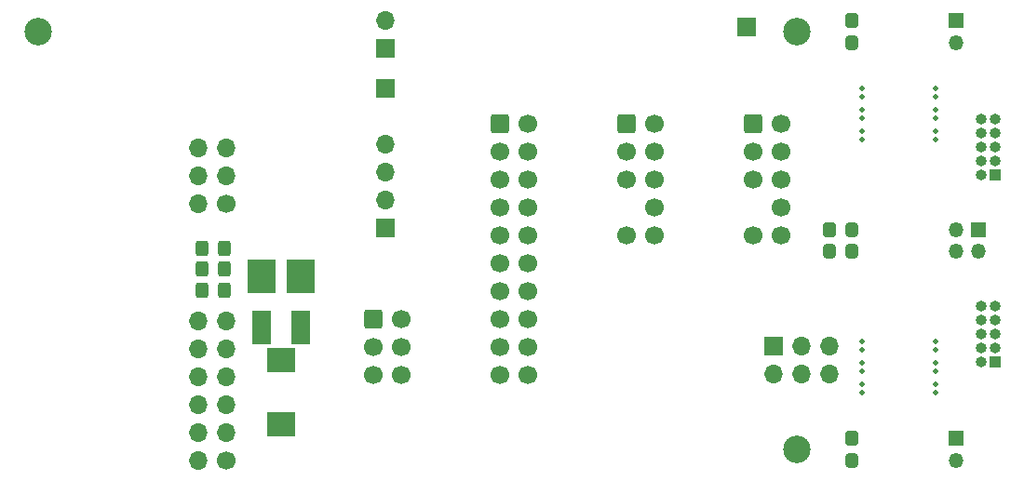
<source format=gbr>
G04 #@! TF.GenerationSoftware,KiCad,Pcbnew,(6.0.10-0)*
G04 #@! TF.CreationDate,2022-12-21T23:03:14+01:00*
G04 #@! TF.ProjectId,ATMEL-ICE-Octopus,41544d45-4c2d-4494-9345-2d4f63746f70,B5*
G04 #@! TF.SameCoordinates,Original*
G04 #@! TF.FileFunction,Soldermask,Top*
G04 #@! TF.FilePolarity,Negative*
%FSLAX46Y46*%
G04 Gerber Fmt 4.6, Leading zero omitted, Abs format (unit mm)*
G04 Created by KiCad (PCBNEW (6.0.10-0)) date 2022-12-21 23:03:14*
%MOMM*%
%LPD*%
G01*
G04 APERTURE LIST*
G04 Aperture macros list*
%AMRoundRect*
0 Rectangle with rounded corners*
0 $1 Rounding radius*
0 $2 $3 $4 $5 $6 $7 $8 $9 X,Y pos of 4 corners*
0 Add a 4 corners polygon primitive as box body*
4,1,4,$2,$3,$4,$5,$6,$7,$8,$9,$2,$3,0*
0 Add four circle primitives for the rounded corners*
1,1,$1+$1,$2,$3*
1,1,$1+$1,$4,$5*
1,1,$1+$1,$6,$7*
1,1,$1+$1,$8,$9*
0 Add four rect primitives between the rounded corners*
20,1,$1+$1,$2,$3,$4,$5,0*
20,1,$1+$1,$4,$5,$6,$7,0*
20,1,$1+$1,$6,$7,$8,$9,0*
20,1,$1+$1,$8,$9,$2,$3,0*%
%AMOutline5P*
0 Free polygon, 5 corners , with rotation*
0 The origin of the aperture is its center*
0 number of corners: always 5*
0 $1 to $10 corner X, Y*
0 $11 Rotation angle, in degrees counterclockwise*
0 create outline with 5 corners*
4,1,5,$1,$2,$3,$4,$5,$6,$7,$8,$9,$10,$1,$2,$11*%
%AMOutline6P*
0 Free polygon, 6 corners , with rotation*
0 The origin of the aperture is its center*
0 number of corners: always 6*
0 $1 to $12 corner X, Y*
0 $13 Rotation angle, in degrees counterclockwise*
0 create outline with 6 corners*
4,1,6,$1,$2,$3,$4,$5,$6,$7,$8,$9,$10,$11,$12,$1,$2,$13*%
%AMOutline7P*
0 Free polygon, 7 corners , with rotation*
0 The origin of the aperture is its center*
0 number of corners: always 7*
0 $1 to $14 corner X, Y*
0 $15 Rotation angle, in degrees counterclockwise*
0 create outline with 7 corners*
4,1,7,$1,$2,$3,$4,$5,$6,$7,$8,$9,$10,$11,$12,$13,$14,$1,$2,$15*%
%AMOutline8P*
0 Free polygon, 8 corners , with rotation*
0 The origin of the aperture is its center*
0 number of corners: always 8*
0 $1 to $16 corner X, Y*
0 $17 Rotation angle, in degrees counterclockwise*
0 create outline with 8 corners*
4,1,8,$1,$2,$3,$4,$5,$6,$7,$8,$9,$10,$11,$12,$13,$14,$15,$16,$1,$2,$17*%
G04 Aperture macros list end*
%ADD10C,0.500000*%
%ADD11R,2.600000X3.100000*%
%ADD12R,1.800000X3.100000*%
%ADD13C,2.500000*%
%ADD14RoundRect,0.250000X-0.325000X-0.450000X0.325000X-0.450000X0.325000X0.450000X-0.325000X0.450000X0*%
%ADD15C,1.700000*%
%ADD16O,1.700000X1.700000*%
%ADD17RoundRect,0.250000X-0.600000X-0.600000X0.600000X-0.600000X0.600000X0.600000X-0.600000X0.600000X0*%
%ADD18R,1.700000X1.700000*%
%ADD19R,2.500000X2.200000*%
%ADD20Outline8P,-0.600000X0.460000X-0.360000X0.700000X0.360000X0.700000X0.600000X0.460000X0.600000X-0.460000X0.360000X-0.700000X-0.360000X-0.700000X-0.600000X-0.460000X180.000000*%
%ADD21RoundRect,0.420000X0.180000X0.280000X-0.180000X0.280000X-0.180000X-0.280000X0.180000X-0.280000X0*%
%ADD22R,1.000000X1.000000*%
%ADD23O,1.000000X1.000000*%
%ADD24R,1.350000X1.350000*%
%ADD25O,1.350000X1.350000*%
G04 APERTURE END LIST*
D10*
G04 #@! TO.C,MB2*
X184600000Y-88120000D03*
X184600000Y-86950000D03*
X184600000Y-90050000D03*
X184600000Y-88880000D03*
X184600000Y-86190000D03*
X184600000Y-90810000D03*
G04 #@! TD*
D11*
G04 #@! TO.C,D1*
X126900000Y-103300000D03*
D12*
X126900000Y-107900000D03*
G04 #@! TD*
D13*
G04 #@! TO.C,H1*
X103000000Y-81000000D03*
G04 #@! TD*
D14*
G04 #@! TO.C,D82*
X117875000Y-102600000D03*
X119925000Y-102600000D03*
G04 #@! TD*
D13*
G04 #@! TO.C,H2*
X172000000Y-81000000D03*
G04 #@! TD*
D15*
G04 #@! TO.C,J9*
X120100000Y-120000000D03*
D16*
X117560000Y-120000000D03*
X120100000Y-117460000D03*
X117560000Y-117460000D03*
X120100000Y-114920000D03*
X117560000Y-114920000D03*
X120100000Y-112380000D03*
X117560000Y-112380000D03*
X120100000Y-109840000D03*
X117560000Y-109840000D03*
X120100000Y-107300000D03*
X117560000Y-107300000D03*
G04 #@! TD*
D17*
G04 #@! TO.C,J12*
X156500000Y-89400000D03*
D15*
X159040000Y-89400000D03*
X156500000Y-91940000D03*
X159040000Y-91940000D03*
X156500000Y-94480000D03*
X159040000Y-94480000D03*
X159040000Y-97020000D03*
X156500000Y-99560000D03*
X159040000Y-99560000D03*
G04 #@! TD*
D18*
G04 #@! TO.C,J6*
X167400000Y-80600000D03*
G04 #@! TD*
D13*
G04 #@! TO.C,H3*
X172000000Y-119000000D03*
G04 #@! TD*
D18*
G04 #@! TO.C,J18*
X169900000Y-109600000D03*
D16*
X169900000Y-112140000D03*
X172440000Y-109600000D03*
X172440000Y-112140000D03*
X174980000Y-109600000D03*
X174980000Y-112140000D03*
G04 #@! TD*
D18*
G04 #@! TO.C,J16*
X134600000Y-86125000D03*
G04 #@! TD*
D19*
G04 #@! TO.C,L71*
X125100000Y-116700000D03*
X125100000Y-110900000D03*
G04 #@! TD*
D10*
G04 #@! TO.C,MB3*
X177900000Y-113050000D03*
X177900000Y-111880000D03*
X177900000Y-113810000D03*
X177900000Y-109190000D03*
X177900000Y-111120000D03*
X177900000Y-109950000D03*
G04 #@! TD*
D17*
G04 #@! TO.C,J14*
X133500000Y-107180000D03*
D15*
X136040000Y-107180000D03*
X133500000Y-109720000D03*
X136040000Y-109720000D03*
X133500000Y-112260000D03*
X136040000Y-112260000D03*
G04 #@! TD*
D14*
G04 #@! TO.C,D83*
X117875000Y-104500000D03*
X119925000Y-104500000D03*
G04 #@! TD*
D17*
G04 #@! TO.C,J11*
X145000000Y-89400000D03*
D15*
X147540000Y-89400000D03*
X145000000Y-91940000D03*
X147540000Y-91940000D03*
X145000000Y-94480000D03*
X147540000Y-94480000D03*
X145000000Y-97020000D03*
X147540000Y-97020000D03*
X145000000Y-99560000D03*
X147540000Y-99560000D03*
X145000000Y-102100000D03*
X147540000Y-102100000D03*
X145000000Y-104640000D03*
X147540000Y-104640000D03*
X145000000Y-107180000D03*
X147540000Y-107180000D03*
X145000000Y-109720000D03*
X147540000Y-109720000D03*
X145000000Y-112260000D03*
X147540000Y-112260000D03*
G04 #@! TD*
D11*
G04 #@! TO.C,D71*
X123300000Y-103300000D03*
D12*
X123300000Y-107900000D03*
G04 #@! TD*
D18*
G04 #@! TO.C,J17*
X134600000Y-82500000D03*
D16*
X134600000Y-79960000D03*
G04 #@! TD*
D10*
G04 #@! TO.C,MB4*
X184600000Y-111120000D03*
X184600000Y-113050000D03*
X184600000Y-109950000D03*
X184600000Y-111880000D03*
X184600000Y-113810000D03*
X184600000Y-109190000D03*
G04 #@! TD*
D17*
G04 #@! TO.C,J13*
X168000000Y-89400000D03*
D15*
X170540000Y-89400000D03*
X168000000Y-91940000D03*
X170540000Y-91940000D03*
X168000000Y-94480000D03*
X170540000Y-94480000D03*
X170540000Y-97020000D03*
X168000000Y-99560000D03*
X170540000Y-99560000D03*
G04 #@! TD*
D18*
G04 #@! TO.C,J15*
X134600000Y-98825000D03*
D16*
X134600000Y-96285000D03*
X134600000Y-93745000D03*
X134600000Y-91205000D03*
G04 #@! TD*
D10*
G04 #@! TO.C,MB1*
X177900000Y-86190000D03*
X177900000Y-88880000D03*
X177900000Y-90050000D03*
X177900000Y-86950000D03*
X177900000Y-90810000D03*
X177900000Y-88120000D03*
G04 #@! TD*
D14*
G04 #@! TO.C,D81*
X117875000Y-100700000D03*
X119925000Y-100700000D03*
G04 #@! TD*
D15*
G04 #@! TO.C,J8*
X120100000Y-96700000D03*
D16*
X117560000Y-96700000D03*
X120100000Y-94160000D03*
X117560000Y-94160000D03*
X120100000Y-91620000D03*
X117560000Y-91620000D03*
G04 #@! TD*
D20*
G04 #@! TO.C,J31*
X177000000Y-80000000D03*
D21*
X177000000Y-82000000D03*
G04 #@! TD*
D22*
G04 #@! TO.C,J1*
X190000000Y-111040000D03*
D23*
X188730000Y-111040000D03*
X190000000Y-109770000D03*
X188730000Y-109770000D03*
X190000000Y-108500000D03*
X188730000Y-108500000D03*
X190000000Y-107230000D03*
X188730000Y-107230000D03*
X190000000Y-105960000D03*
X188730000Y-105960000D03*
G04 #@! TD*
D22*
G04 #@! TO.C,J2*
X190000000Y-94040000D03*
D23*
X188730000Y-94040000D03*
X190000000Y-92770000D03*
X188730000Y-92770000D03*
X190000000Y-91500000D03*
X188730000Y-91500000D03*
X190000000Y-90230000D03*
X188730000Y-90230000D03*
X190000000Y-88960000D03*
X188730000Y-88960000D03*
G04 #@! TD*
D20*
G04 #@! TO.C,J32*
X175000000Y-99000000D03*
D21*
X177000000Y-99000000D03*
X175000000Y-101000000D03*
X177000000Y-101000000D03*
G04 #@! TD*
D24*
G04 #@! TO.C,J22*
X188500000Y-99000000D03*
D25*
X186500000Y-99000000D03*
X188500000Y-101000000D03*
X186500000Y-101000000D03*
G04 #@! TD*
D24*
G04 #@! TO.C,J21*
X186500000Y-80000000D03*
D25*
X186500000Y-82000000D03*
G04 #@! TD*
D20*
G04 #@! TO.C,J33*
X177000000Y-118000000D03*
D21*
X177000000Y-120000000D03*
G04 #@! TD*
D24*
G04 #@! TO.C,J23*
X186500000Y-118000000D03*
D25*
X186500000Y-120000000D03*
G04 #@! TD*
M02*

</source>
